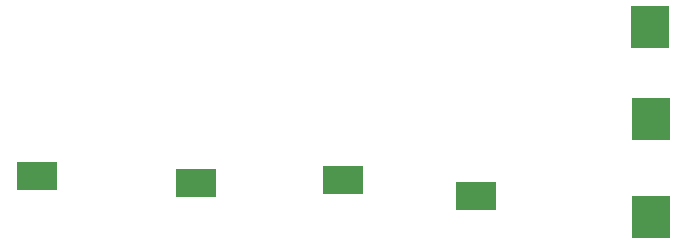
<source format=gbr>
G04 #@! TF.FileFunction,Paste,Bot*
%FSLAX46Y46*%
G04 Gerber Fmt 4.6, Leading zero omitted, Abs format (unit mm)*
G04 Created by KiCad (PCBNEW (2015-08-20 BZR 6109)-product) date Wed 02 Sep 2015 09:03:58 PM PDT*
%MOMM*%
G01*
G04 APERTURE LIST*
%ADD10C,0.150000*%
%ADD11R,3.244000X3.648000*%
%ADD12R,3.456000X2.400000*%
G04 APERTURE END LIST*
D10*
D11*
X146637500Y-98680000D03*
X146597500Y-90450000D03*
X146557500Y-82600000D03*
D12*
X120500000Y-95600000D03*
X94600000Y-95200000D03*
X131800000Y-96900000D03*
X108100000Y-95800000D03*
M02*

</source>
